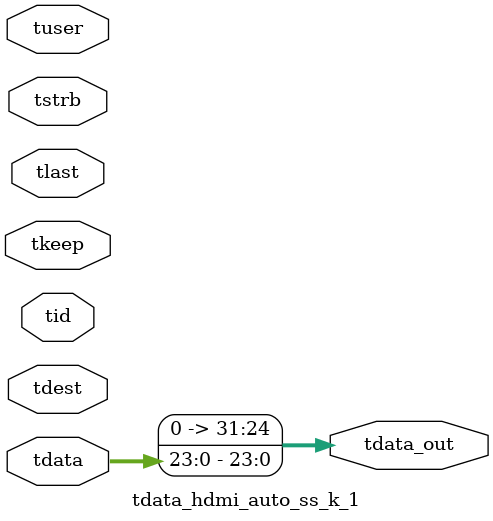
<source format=v>


`timescale 1ps/1ps

module tdata_hdmi_auto_ss_k_1 #
(
parameter C_S_AXIS_TDATA_WIDTH = 32,
parameter C_S_AXIS_TUSER_WIDTH = 0,
parameter C_S_AXIS_TID_WIDTH   = 0,
parameter C_S_AXIS_TDEST_WIDTH = 0,
parameter C_M_AXIS_TDATA_WIDTH = 32
)
(
input  [(C_S_AXIS_TDATA_WIDTH == 0 ? 1 : C_S_AXIS_TDATA_WIDTH)-1:0     ] tdata,
input  [(C_S_AXIS_TUSER_WIDTH == 0 ? 1 : C_S_AXIS_TUSER_WIDTH)-1:0     ] tuser,
input  [(C_S_AXIS_TID_WIDTH   == 0 ? 1 : C_S_AXIS_TID_WIDTH)-1:0       ] tid,
input  [(C_S_AXIS_TDEST_WIDTH == 0 ? 1 : C_S_AXIS_TDEST_WIDTH)-1:0     ] tdest,
input  [(C_S_AXIS_TDATA_WIDTH/8)-1:0 ] tkeep,
input  [(C_S_AXIS_TDATA_WIDTH/8)-1:0 ] tstrb,
input                                                                    tlast,
output [C_M_AXIS_TDATA_WIDTH-1:0] tdata_out
);

assign tdata_out = {tdata[23:0]};

endmodule


</source>
